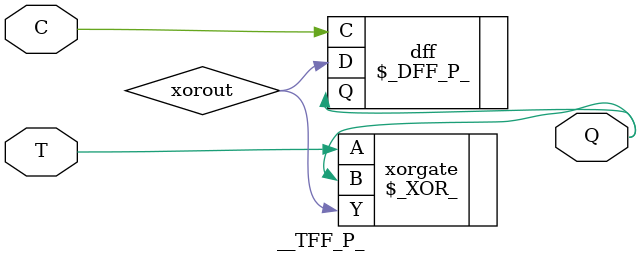
<source format=v>
module __TFF_P_ (T, C, Q);
	input T, C;
	output wire Q;
	wire xorout;
	$_XOR_ xorgate (
		.A(T),
		.B(Q),
		.Y(xorout),
	);
	$_DFF_P_ dff (
		.C(C),
		.D(xorout),
		.Q(Q),
	);
endmodule
</source>
